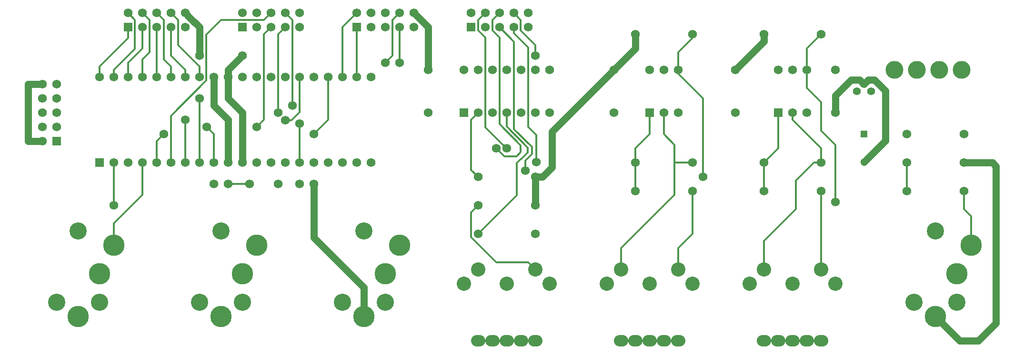
<source format=gtl>
G04 #@! TF.FileFunction,Copper,L1,Top,Signal*
%FSLAX46Y46*%
G04 Gerber Fmt 4.6, Leading zero omitted, Abs format (unit mm)*
G04 Created by KiCad (PCBNEW (2016-03-22 BZR 6643, Git db8c72c)-product) date 3/23/2016 7:30:48 PM*
%MOMM*%
G01*
G04 APERTURE LIST*
%ADD10C,0.100000*%
%ADD11O,2.540000X2.032000*%
%ADD12C,2.540000*%
%ADD13C,1.574800*%
%ADD14R,1.574800X1.574800*%
%ADD15C,3.810000*%
%ADD16C,3.048000*%
%ADD17R,1.300000X1.300000*%
%ADD18C,1.300000*%
%ADD19C,3.175000*%
%ADD20C,1.397000*%
%ADD21C,0.304800*%
%ADD22C,1.270000*%
G04 APERTURE END LIST*
D10*
D11*
X190500000Y-115570000D03*
X180340000Y-115570000D03*
X185420000Y-115570000D03*
X182880000Y-115570000D03*
X187960000Y-115570000D03*
D12*
X185420000Y-105410000D03*
X177800000Y-105410000D03*
X193040000Y-105410000D03*
X180340000Y-102870000D03*
X190500000Y-102870000D03*
D11*
X215900000Y-115570000D03*
X205740000Y-115570000D03*
X210820000Y-115570000D03*
X208280000Y-115570000D03*
X213360000Y-115570000D03*
D12*
X210820000Y-105410000D03*
X203200000Y-105410000D03*
X218440000Y-105410000D03*
X205740000Y-102870000D03*
X215900000Y-102870000D03*
D11*
X165100000Y-115570000D03*
X154940000Y-115570000D03*
X160020000Y-115570000D03*
X157480000Y-115570000D03*
X162560000Y-115570000D03*
D12*
X160020000Y-105410000D03*
X152400000Y-105410000D03*
X167640000Y-105410000D03*
X154940000Y-102870000D03*
X165100000Y-102870000D03*
D13*
X241300000Y-88900000D03*
X231140000Y-88900000D03*
X193040000Y-88900000D03*
X182880000Y-88900000D03*
X215900000Y-88900000D03*
X205740000Y-88900000D03*
X182880000Y-60960000D03*
X193040000Y-60960000D03*
X205740000Y-60960000D03*
X215900000Y-60960000D03*
X165100000Y-86360000D03*
X154940000Y-86360000D03*
X154940000Y-96520000D03*
X165100000Y-96520000D03*
X165100000Y-91440000D03*
X154940000Y-91440000D03*
X87630000Y-68580000D03*
D14*
X87630000Y-83820000D03*
D13*
X90170000Y-68580000D03*
X90170000Y-83820000D03*
X92710000Y-68580000D03*
X92710000Y-83820000D03*
X95250000Y-68580000D03*
X95250000Y-83820000D03*
X97790000Y-68580000D03*
X97790000Y-83820000D03*
X100330000Y-68580000D03*
X100330000Y-83820000D03*
X102870000Y-68580000D03*
X102870000Y-83820000D03*
X105410000Y-68580000D03*
X105410000Y-83820000D03*
X107950000Y-68580000D03*
X107950000Y-83820000D03*
X110490000Y-68580000D03*
X110490000Y-83820000D03*
X113030000Y-68580000D03*
X113030000Y-83820000D03*
X115570000Y-68580000D03*
X115570000Y-83820000D03*
X118110000Y-68580000D03*
X118110000Y-83820000D03*
X120650000Y-68580000D03*
X120650000Y-83820000D03*
X123190000Y-68580000D03*
X123190000Y-83820000D03*
X125730000Y-68580000D03*
X125730000Y-83820000D03*
X128270000Y-68580000D03*
X128270000Y-83820000D03*
X130810000Y-68580000D03*
X130810000Y-83820000D03*
X133350000Y-68580000D03*
X133350000Y-83820000D03*
X135890000Y-68580000D03*
X135890000Y-83820000D03*
X185420000Y-67310000D03*
D14*
X185420000Y-74930000D03*
D13*
X187960000Y-67310000D03*
X187960000Y-74930000D03*
X190500000Y-67310000D03*
X190500000Y-74930000D03*
X208280000Y-67310000D03*
D14*
X208280000Y-74930000D03*
D13*
X210820000Y-67310000D03*
X210820000Y-74930000D03*
X213360000Y-67310000D03*
X213360000Y-74930000D03*
X152400000Y-67310000D03*
D14*
X152400000Y-74930000D03*
D13*
X154940000Y-67310000D03*
X154940000Y-74930000D03*
X157480000Y-67310000D03*
X157480000Y-74930000D03*
X160020000Y-67310000D03*
X160020000Y-74930000D03*
X162560000Y-67310000D03*
X162560000Y-74930000D03*
X165100000Y-67310000D03*
X165100000Y-74930000D03*
X167640000Y-67310000D03*
X167640000Y-74930000D03*
X182880000Y-83820000D03*
X193040000Y-83820000D03*
X231140000Y-78740000D03*
X241300000Y-78740000D03*
X231140000Y-83820000D03*
X241300000Y-83820000D03*
X205740000Y-83820000D03*
X215900000Y-83820000D03*
D15*
X236220000Y-111201200D03*
D16*
X240030000Y-108661200D03*
D15*
X240030000Y-103581200D03*
X242570000Y-98501200D03*
D16*
X236220000Y-95961200D03*
X232410000Y-108661200D03*
D15*
X109220000Y-111201200D03*
D16*
X113030000Y-108661200D03*
D15*
X113030000Y-103581200D03*
X115570000Y-98501200D03*
D16*
X109220000Y-95961200D03*
X105410000Y-108661200D03*
D15*
X134620000Y-111201200D03*
D16*
X138430000Y-108661200D03*
D15*
X138430000Y-103581200D03*
X140970000Y-98501200D03*
D16*
X134620000Y-95961200D03*
X130810000Y-108661200D03*
D15*
X83820000Y-111201200D03*
D16*
X87630000Y-108661200D03*
D15*
X87630000Y-103581200D03*
X90170000Y-98501200D03*
D16*
X83820000Y-95961200D03*
X80010000Y-108661200D03*
D13*
X218440000Y-67310000D03*
X218440000Y-74930000D03*
X200660000Y-67310000D03*
X200660000Y-74930000D03*
X179070000Y-67310000D03*
X179070000Y-74930000D03*
X146050000Y-67310000D03*
X146050000Y-74930000D03*
X105410000Y-64770000D03*
X113030000Y-64770000D03*
D17*
X223520000Y-78740000D03*
D18*
X223520000Y-83740000D03*
D19*
X229006400Y-67310000D03*
X232968800Y-67310000D03*
X236931200Y-67310000D03*
X240893600Y-67310000D03*
D13*
X123190000Y-87630000D03*
X125730000Y-87630000D03*
X110490000Y-87630000D03*
X107950000Y-87630000D03*
X119380000Y-87630000D03*
X114300000Y-87630000D03*
D20*
X222250000Y-71120000D03*
X223520000Y-69850000D03*
X224790000Y-71120000D03*
D14*
X92710000Y-59690000D03*
D13*
X92710000Y-57150000D03*
X95250000Y-59690000D03*
X95250000Y-57150000D03*
X97790000Y-59690000D03*
X97790000Y-57150000D03*
X100330000Y-59690000D03*
X100330000Y-57150000D03*
X102870000Y-59690000D03*
X102870000Y-57150000D03*
D14*
X113030000Y-59690000D03*
D13*
X113030000Y-57150000D03*
X115570000Y-59690000D03*
X115570000Y-57150000D03*
X118110000Y-59690000D03*
X118110000Y-57150000D03*
X120650000Y-59690000D03*
X120650000Y-57150000D03*
X123190000Y-59690000D03*
X123190000Y-57150000D03*
D14*
X133350000Y-59690000D03*
D13*
X133350000Y-57150000D03*
X135890000Y-59690000D03*
X135890000Y-57150000D03*
X138430000Y-59690000D03*
X138430000Y-57150000D03*
X140970000Y-59690000D03*
X140970000Y-57150000D03*
X143510000Y-59690000D03*
X143510000Y-57150000D03*
D14*
X153670000Y-59690000D03*
D13*
X153670000Y-57150000D03*
X156210000Y-59690000D03*
X156210000Y-57150000D03*
X158750000Y-59690000D03*
X158750000Y-57150000D03*
X161290000Y-59690000D03*
X161290000Y-57150000D03*
X163830000Y-59690000D03*
X163830000Y-57150000D03*
D14*
X80010000Y-80010000D03*
D13*
X77470000Y-80010000D03*
X80010000Y-77470000D03*
X77470000Y-77470000D03*
X80010000Y-74930000D03*
X77470000Y-74930000D03*
X80010000Y-72390000D03*
X77470000Y-72390000D03*
X80010000Y-69850000D03*
X77470000Y-69850000D03*
X90170000Y-91440000D03*
X160020000Y-81280000D03*
X163322000Y-85216998D03*
X158166700Y-81221844D03*
X165280470Y-83725011D03*
X165100000Y-64770000D03*
X125730000Y-78740000D03*
X120691126Y-76241126D03*
X106680000Y-77470000D03*
X140970000Y-66040000D03*
X138430000Y-66040000D03*
X99060000Y-78740000D03*
X115570000Y-77470000D03*
X102870000Y-76200000D03*
X119380000Y-74930000D03*
X105410000Y-72390000D03*
X121920000Y-73660000D03*
X194945000Y-86360000D03*
X218440000Y-90805000D03*
X123190000Y-76835000D03*
D21*
X242570000Y-98501200D02*
X242570000Y-93345000D01*
X241300000Y-92075000D02*
X241300000Y-88900000D01*
X242570000Y-93345000D02*
X241300000Y-92075000D01*
D22*
X218440000Y-74930000D02*
X218440000Y-71882000D01*
X218440000Y-71882000D02*
X221233999Y-69088001D01*
X221233999Y-69088001D02*
X222758001Y-69088001D01*
X222758001Y-69088001D02*
X223520000Y-69850000D01*
X223520000Y-83740000D02*
X227330000Y-79930000D01*
X227330000Y-79930000D02*
X227330000Y-70993000D01*
X227330000Y-70993000D02*
X225425001Y-69088001D01*
X225425001Y-69088001D02*
X224281999Y-69088001D01*
X224281999Y-69088001D02*
X223520000Y-69850000D01*
X74930000Y-69850000D02*
X77470000Y-69850000D01*
X74930000Y-80010000D02*
X74930000Y-69850000D01*
X77470000Y-80010000D02*
X74930000Y-80010000D01*
X125730000Y-87630000D02*
X125730000Y-97155000D01*
X134620000Y-106045000D02*
X134620000Y-111201200D01*
X125730000Y-97155000D02*
X134620000Y-106045000D01*
X241300000Y-83820000D02*
X246380000Y-83820000D01*
X240588800Y-115570000D02*
X236220000Y-111201200D01*
X243840000Y-115570000D02*
X240588800Y-115570000D01*
X247015000Y-112395000D02*
X243840000Y-115570000D01*
X247015000Y-84455000D02*
X247015000Y-112395000D01*
X246380000Y-83820000D02*
X247015000Y-84455000D01*
X110490000Y-68580000D02*
X110490000Y-67310000D01*
X110490000Y-67310000D02*
X113030000Y-64770000D01*
X113030000Y-83820000D02*
X113030000Y-74930000D01*
X110490000Y-72390000D02*
X110490000Y-68580000D01*
X113030000Y-74930000D02*
X110490000Y-72390000D01*
D21*
X90170000Y-91440000D02*
X90170000Y-83820000D01*
X90170000Y-98501200D02*
X90170000Y-94615000D01*
X95250000Y-89535000D02*
X95250000Y-83820000D01*
X90170000Y-94615000D02*
X95250000Y-89535000D01*
X193040000Y-83820000D02*
X189865000Y-83820000D01*
X180340000Y-102870000D02*
X180340000Y-99060000D01*
X187960000Y-78740000D02*
X187960000Y-74930000D01*
X189865000Y-80645000D02*
X187960000Y-78740000D01*
X189865000Y-84455000D02*
X189865000Y-83820000D01*
X189865000Y-83820000D02*
X189865000Y-80645000D01*
X189865000Y-89535000D02*
X189865000Y-84455000D01*
X180340000Y-99060000D02*
X189865000Y-89535000D01*
X190500000Y-102870000D02*
X190500000Y-99060000D01*
X193040000Y-96520000D02*
X193040000Y-88900000D01*
X190500000Y-99060000D02*
X193040000Y-96520000D01*
X215900000Y-83820000D02*
X215900000Y-81280000D01*
X210820000Y-76200000D02*
X210820000Y-74930000D01*
X215900000Y-81280000D02*
X210820000Y-76200000D01*
X205740000Y-102870000D02*
X205740000Y-97790000D01*
X214630000Y-83820000D02*
X215900000Y-83820000D01*
X211455000Y-86995000D02*
X214630000Y-83820000D01*
X211455000Y-92075000D02*
X211455000Y-86995000D01*
X205740000Y-97790000D02*
X211455000Y-92075000D01*
X215900000Y-102870000D02*
X215900000Y-88900000D01*
X156210000Y-57150000D02*
X154990799Y-58369201D01*
X154990799Y-60275217D02*
X156251126Y-61535544D01*
X154990799Y-58369201D02*
X154990799Y-60275217D01*
X156251126Y-61535544D02*
X156251126Y-77511126D01*
X156251126Y-77511126D02*
X159232601Y-80492601D01*
X159232601Y-80492601D02*
X160020000Y-81280000D01*
X164514763Y-82275686D02*
X163322000Y-83468449D01*
X164514763Y-81047945D02*
X164514763Y-82275686D01*
X163322000Y-83468449D02*
X163322000Y-84103447D01*
X161340799Y-77873981D02*
X164514763Y-81047945D01*
X161340799Y-62280799D02*
X161340799Y-77873981D01*
X158750000Y-59690000D02*
X161340799Y-62280799D01*
X163322000Y-84103447D02*
X163322000Y-85216998D01*
X158750000Y-57150000D02*
X157530799Y-58369201D01*
X162530538Y-80716118D02*
X162530538Y-81944462D01*
X157530799Y-58369201D02*
X157530799Y-60275217D01*
X157530799Y-60275217D02*
X158750000Y-61494418D01*
X158750000Y-61494418D02*
X158750000Y-76935580D01*
X161798000Y-82677000D02*
X159621856Y-82677000D01*
X158750000Y-76935580D02*
X162530538Y-80716118D01*
X162530538Y-81944462D02*
X161798000Y-82677000D01*
X159621856Y-82677000D02*
X158954099Y-82009243D01*
X158954099Y-82009243D02*
X158166700Y-81221844D01*
X163830000Y-63343551D02*
X163830000Y-77470000D01*
X161290000Y-59690000D02*
X161290000Y-60803551D01*
X165280470Y-78920470D02*
X165280470Y-82611460D01*
X165280470Y-82611460D02*
X165280470Y-83725011D01*
X163830000Y-77470000D02*
X165280470Y-78920470D01*
X161290000Y-60803551D02*
X163830000Y-63343551D01*
X162509201Y-58369201D02*
X162077399Y-57937399D01*
X165100000Y-62866016D02*
X162509201Y-60275217D01*
X165100000Y-64770000D02*
X165100000Y-62866016D01*
X162509201Y-60275217D02*
X162509201Y-58369201D01*
X162077399Y-57937399D02*
X161290000Y-57150000D01*
D22*
X146050000Y-67310000D02*
X146050000Y-59690000D01*
X146050000Y-59690000D02*
X143510000Y-57150000D01*
X178282601Y-68097399D02*
X179070000Y-67310000D01*
X168097201Y-78282799D02*
X178282601Y-68097399D01*
X168097201Y-84649057D02*
X168097201Y-78282799D01*
X166386258Y-86360000D02*
X168097201Y-84649057D01*
X165100000Y-86360000D02*
X166386258Y-86360000D01*
X103657399Y-57937399D02*
X102870000Y-57150000D01*
X105410000Y-59690000D02*
X103657399Y-57937399D01*
X105410000Y-64770000D02*
X105410000Y-59690000D01*
X165100000Y-91440000D02*
X165100000Y-86360000D01*
X205740000Y-60960000D02*
X205740000Y-62230000D01*
X205740000Y-62230000D02*
X200660000Y-67310000D01*
X182880000Y-60960000D02*
X182880000Y-63500000D01*
X182880000Y-63500000D02*
X179070000Y-67310000D01*
X110490000Y-83820000D02*
X110490000Y-76200000D01*
X107950000Y-73660000D02*
X107950000Y-68580000D01*
X110490000Y-76200000D02*
X107950000Y-73660000D01*
D21*
X125730000Y-78740000D02*
X128270000Y-76200000D01*
X128270000Y-76200000D02*
X128270000Y-68580000D01*
X123190000Y-74855803D02*
X121804677Y-76241126D01*
X121804677Y-76241126D02*
X120691126Y-76241126D01*
X123190000Y-68580000D02*
X123190000Y-74855803D01*
X107950000Y-78740000D02*
X106680000Y-77470000D01*
X107950000Y-83820000D02*
X107950000Y-78740000D01*
X133350000Y-59690000D02*
X133350000Y-68580000D01*
X130810000Y-68580000D02*
X130810000Y-59690000D01*
X130810000Y-59690000D02*
X133350000Y-57150000D01*
X135255000Y-57150000D02*
X135890000Y-57150000D01*
X140970000Y-66040000D02*
X140970000Y-59690000D01*
X138430000Y-66040000D02*
X139750799Y-64719201D01*
X139750799Y-64719201D02*
X139750799Y-58369201D01*
X139750799Y-58369201D02*
X140182601Y-57937399D01*
X140182601Y-57937399D02*
X140970000Y-57150000D01*
X99060000Y-78740000D02*
X97790000Y-80010000D01*
X97790000Y-80010000D02*
X97790000Y-83820000D01*
X118110000Y-59690000D02*
X116890799Y-60909201D01*
X116890799Y-60909201D02*
X116890799Y-76149201D01*
X116890799Y-76149201D02*
X115570000Y-77470000D01*
X116840000Y-58420000D02*
X109220000Y-58420000D01*
X118110000Y-57150000D02*
X116840000Y-58420000D01*
X109220000Y-58420000D02*
X106654601Y-60985399D01*
X106654601Y-69139817D02*
X100330000Y-75464418D01*
X106654601Y-60985399D02*
X106654601Y-69139817D01*
X100330000Y-75464418D02*
X100330000Y-82706449D01*
X100330000Y-82706449D02*
X100330000Y-83820000D01*
X102870000Y-76200000D02*
X102870000Y-83820000D01*
X120650000Y-59690000D02*
X119380000Y-60960000D01*
X119380000Y-60960000D02*
X119380000Y-74930000D01*
X105410000Y-72390000D02*
X105410000Y-83820000D01*
X121920000Y-58420000D02*
X121920000Y-73660000D01*
X120650000Y-57150000D02*
X121920000Y-58420000D01*
X92710000Y-61595000D02*
X92710000Y-59690000D01*
X87630000Y-66675000D02*
X92710000Y-61595000D01*
X87630000Y-68580000D02*
X87630000Y-66675000D01*
X90170000Y-68580000D02*
X90170000Y-67310000D01*
X90170000Y-67310000D02*
X93929201Y-63550799D01*
X93929201Y-63550799D02*
X93929201Y-58369201D01*
X93929201Y-58369201D02*
X92710000Y-57150000D01*
X95250000Y-63500000D02*
X95250000Y-59690000D01*
X92710000Y-66040000D02*
X95250000Y-63500000D01*
X92710000Y-68580000D02*
X92710000Y-66040000D01*
X95250000Y-57150000D02*
X96520000Y-58420000D01*
X96520000Y-58420000D02*
X96520000Y-64135000D01*
X96520000Y-64135000D02*
X95250000Y-65405000D01*
X95250000Y-65405000D02*
X95250000Y-68580000D01*
X97790000Y-68580000D02*
X97790000Y-59690000D01*
X99060000Y-58420000D02*
X97790000Y-57150000D01*
X99060000Y-65405000D02*
X99060000Y-58420000D01*
X100330000Y-66675000D02*
X99060000Y-65405000D01*
X100330000Y-68580000D02*
X100330000Y-66675000D01*
X100330000Y-64770000D02*
X100330000Y-59690000D01*
X102870000Y-67310000D02*
X100330000Y-64770000D01*
X102870000Y-68580000D02*
X102870000Y-67310000D01*
X105410000Y-68580000D02*
X105410000Y-66675000D01*
X105410000Y-66675000D02*
X101600000Y-62865000D01*
X101600000Y-62865000D02*
X101600000Y-58420000D01*
X101600000Y-58420000D02*
X100330000Y-57150000D01*
X154940000Y-102870000D02*
X154940000Y-102235000D01*
X165100000Y-102870000D02*
X163830001Y-101600001D01*
X163830001Y-101600001D02*
X158215583Y-101600001D01*
X158215583Y-101600001D02*
X153720799Y-97105217D01*
X153720799Y-97105217D02*
X153720799Y-92659201D01*
X153720799Y-92659201D02*
X154152601Y-92227399D01*
X154152601Y-92227399D02*
X154940000Y-91440000D01*
X231140000Y-88900000D02*
X231140000Y-83820000D01*
X182880000Y-88900000D02*
X182880000Y-83820000D01*
X182880000Y-83820000D02*
X182880000Y-81280000D01*
X182880000Y-81280000D02*
X184150000Y-80010000D01*
X184150000Y-80010000D02*
X185420000Y-78740000D01*
X185420000Y-78740000D02*
X185420000Y-74930000D01*
X205740000Y-88900000D02*
X205740000Y-83820000D01*
X205740000Y-83820000D02*
X208280000Y-81280000D01*
X208280000Y-81280000D02*
X208280000Y-74930000D01*
X194945000Y-72390000D02*
X190500000Y-67945000D01*
X194945000Y-77470000D02*
X194945000Y-72390000D01*
X194945000Y-86360000D02*
X194945000Y-77470000D01*
X190500000Y-67945000D02*
X190500000Y-67310000D01*
X193040000Y-60960000D02*
X193040000Y-61595000D01*
X193040000Y-61595000D02*
X190500000Y-64135000D01*
X190500000Y-64135000D02*
X190500000Y-67310000D01*
X213360000Y-70485000D02*
X213360000Y-67310000D01*
X215900000Y-73025000D02*
X213360000Y-70485000D01*
X215900000Y-78105000D02*
X215900000Y-73025000D01*
X218440000Y-80645000D02*
X215900000Y-78105000D01*
X218440000Y-90805000D02*
X218440000Y-80645000D01*
X215900000Y-60960000D02*
X213360000Y-63500000D01*
X213360000Y-63500000D02*
X213360000Y-67310000D01*
X153720799Y-85140799D02*
X153720799Y-76149201D01*
X153720799Y-76149201D02*
X154152601Y-75717399D01*
X154940000Y-86360000D02*
X153720799Y-85140799D01*
X154152601Y-75717399D02*
X154940000Y-74930000D01*
X160020000Y-77379381D02*
X160020000Y-76043551D01*
X154940000Y-96520000D02*
X161848798Y-89611202D01*
X161848798Y-83869782D02*
X162482782Y-83235798D01*
X162482782Y-83235798D02*
X162609782Y-83235798D01*
X163779201Y-81138582D02*
X160020000Y-77379381D01*
X160020000Y-76043551D02*
X160020000Y-74930000D01*
X161848798Y-89611202D02*
X161848798Y-83869782D01*
X163779201Y-82066381D02*
X163779201Y-81138582D01*
X162609782Y-83235798D02*
X163779201Y-82066381D01*
X160020000Y-74930000D02*
X160020000Y-74930000D01*
X110490000Y-87630000D02*
X114300000Y-87630000D01*
X123190000Y-76835000D02*
X123190000Y-83820000D01*
M02*

</source>
